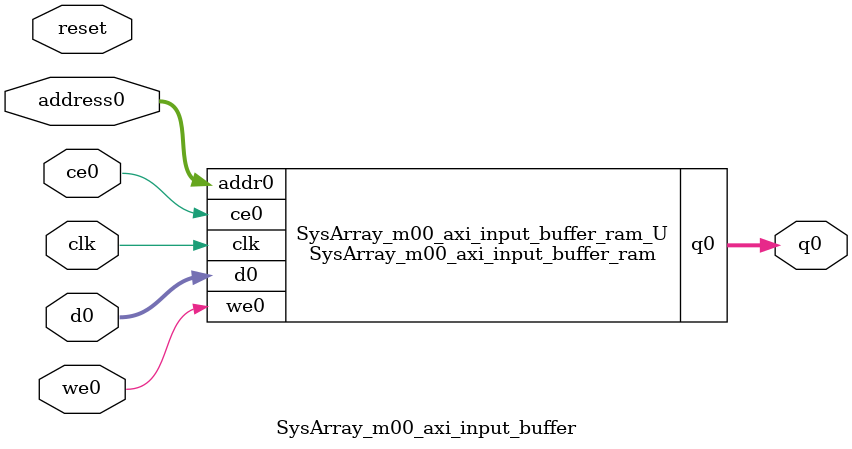
<source format=v>
`timescale 1 ns / 1 ps
module SysArray_m00_axi_input_buffer_ram (addr0, ce0, d0, we0, q0,  clk);

parameter DWIDTH = 32;
parameter AWIDTH = 13;
parameter MEM_SIZE = 8192;

input[AWIDTH-1:0] addr0;
input ce0;
input[DWIDTH-1:0] d0;
input we0;
output reg[DWIDTH-1:0] q0;
input clk;

(* ram_style = "block" *)reg [DWIDTH-1:0] ram[0:MEM_SIZE-1];




always @(posedge clk)  
begin 
    if (ce0) begin
        if (we0) 
            ram[addr0] <= d0; 
        q0 <= ram[addr0];
    end
end


endmodule

`timescale 1 ns / 1 ps
module SysArray_m00_axi_input_buffer(
    reset,
    clk,
    address0,
    ce0,
    we0,
    d0,
    q0);

parameter DataWidth = 32'd32;
parameter AddressRange = 32'd8192;
parameter AddressWidth = 32'd13;
input reset;
input clk;
input[AddressWidth - 1:0] address0;
input ce0;
input we0;
input[DataWidth - 1:0] d0;
output[DataWidth - 1:0] q0;



SysArray_m00_axi_input_buffer_ram SysArray_m00_axi_input_buffer_ram_U(
    .clk( clk ),
    .addr0( address0 ),
    .ce0( ce0 ),
    .we0( we0 ),
    .d0( d0 ),
    .q0( q0 ));

endmodule


</source>
